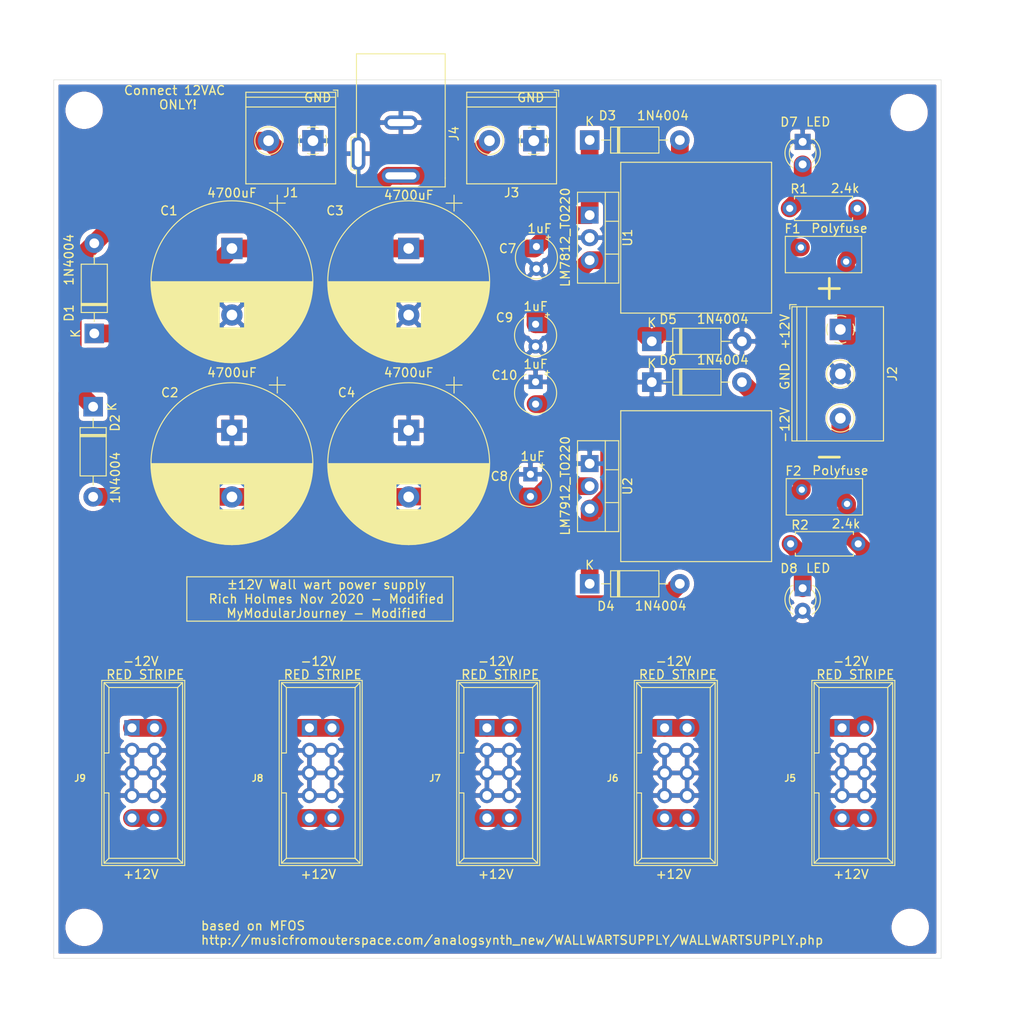
<source format=kicad_pcb>
(kicad_pcb (version 20171130) (host pcbnew "(5.1.8)-1")
  (layers (0 F.Cu signal) (31 B.Cu signal) (34 B.Paste user) (35 F.Paste user) (36 B.SilkS user) (37 F.SilkS user) (38 B.Mask user) (39 F.Mask user) (44 Edge.Cuts user))
  (net 0 "")
  (net 1 GND)
  (net 2 "Net-(C1-Pad1)")
  (net 3 "Net-(C2-Pad2)")
  (net 4 "Net-(C9-Pad1)")
  (net 5 "Net-(C10-Pad2)")
  (net 6 "Net-(D1-Pad2)")
  (net 7 "Net-(D7-Pad2)")
  (net 8 "Net-(D8-Pad1)")
  (net 9 +12V)
  (net 10 -12V)
  (module ao_tht:MountingHole_3.2mm_M3 (layer F.Cu) (at 146.52 159.504)
    (fp_text reference REF** hide)
    (fp_text value MountingHole_3.2mm_M3)
    (pad 1 np_thru_hole circle (at 0 0) (size 3.2 3.2) (drill 3.2) (layers *.Cu *.Mask))
  )
  (module ao_tht:MountingHole_3.2mm_M3 (layer F.Cu) (at 53.429 159.504)
    (fp_text reference REF** hide)
    (fp_text value MountingHole_3.2mm_M3)
    (pad 1 np_thru_hole circle (at 0 0) (size 3.2 3.2) (drill 3.2) (layers *.Cu *.Mask))
  )
  (module ao_tht:MountingHole_3.2mm_M3 (layer F.Cu) (at 53.429 67.429)
    (fp_text reference REF** hide)
    (fp_text value MountingHole_3.2mm_M3)
    (pad 1 np_thru_hole circle (at 0 0) (size 3.2 3.2) (drill 3.2) (layers *.Cu *.Mask))
  )
  (module ao_tht:MountingHole_3.2mm_M3 (layer F.Cu) (at 146.393 67.683)
    (fp_text reference REF** hide)
    (fp_text value MountingHole_3.2mm_M3)
    (pad 1 np_thru_hole circle (at 0 0) (size 3.2 3.2) (drill 3.2) (layers *.Cu *.Mask))
  )
  (module TerminalBlock_Philmore:TerminalBlock_Philmore_TB132_1x02_P5.00mm_Horizontal (layer F.Cu) (at 104.102 70.858 180)
    (fp_text reference J3 (at 2.5 -5.86) (layer F.SilkS))
    (fp_text value Conn_01x02)
    (pad 2 thru_hole circle (at 5 0 180) (size 2.4 2.4) (drill 1.2) (layers *.Cu *.Mask) (net 6 "Net-(D1-Pad2)"))
    (pad 1 thru_hole rect (at 0 0 180) (size 2.4 2.4) (drill 1.2) (layers *.Cu *.Mask) (net 1 GND))
  )
  (module Capacitor_THT:CP_Radial_D18.0mm_P7.50mm (layer F.Cu) (at 90 103.5 270)
    (fp_text reference C4 (at -4.25 7 180) (layer F.SilkS))
    (fp_text value 4700uF)
    (fp_text user %V (at -6.5 0) (layer F.SilkS))
    (pad 2 thru_hole circle (at 7.5 0 270) (size 2.4 2.4) (drill 1.2) (layers *.Cu *.Mask) (net 3 "Net-(C2-Pad2)"))
    (pad 1 thru_hole rect (at 0 0 270) (size 2.4 2.4) (drill 1.2) (layers *.Cu *.Mask) (net 1 GND))
  )
  (module Capacitor_THT:CP_Radial_D18.0mm_P7.50mm (layer F.Cu) (at 90 83 270)
    (fp_text reference C3 (at -4.25 8.3 180) (layer F.SilkS))
    (fp_text value 4700uF)
    (fp_text user %V (at -6 0) (layer F.SilkS))
    (pad 2 thru_hole circle (at 7.5 0 270) (size 2.4 2.4) (drill 1.2) (layers *.Cu *.Mask) (net 1 GND))
    (pad 1 thru_hole rect (at 0 0 270) (size 2.4 2.4) (drill 1.2) (layers *.Cu *.Mask) (net 2 "Net-(C1-Pad1)"))
  )
  (module ao_tht:Power_Header (layer F.Cu) (at 58.8175 137.025)
    (fp_text reference J9 (at -5.85 5.67) (layer F.SilkS) (effects (font (size 0.75 0.75))))
    (fp_text value Conn_02x05_Odd_Even)
    (fp_text user "RED STRIPE" (at 1.5 -6) (layer F.SilkS))
    (fp_text user -12V (at 1 -7.5) (layer F.SilkS))
    (fp_text user +12V (at 1 16.5) (layer F.SilkS))
    (pad 10 thru_hole oval (at 2.54 10.16) (size 1.7272 1.7272) (drill 1.016) (layers *.Cu *.Mask) (net 9 +12V))
    (pad 9 thru_hole oval (at 0 10.16) (size 1.7272 1.7272) (drill 1.016) (layers *.Cu *.Mask) (net 9 +12V))
    (pad 8 thru_hole oval (at 2.54 7.62) (size 1.7272 1.7272) (drill 1.016) (layers *.Cu *.Mask) (net 1 GND))
    (pad 7 thru_hole oval (at 0 7.62) (size 1.7272 1.7272) (drill 1.016) (layers *.Cu *.Mask) (net 1 GND))
    (pad 6 thru_hole oval (at 2.54 5.08) (size 1.7272 1.7272) (drill 1.016) (layers *.Cu *.Mask) (net 1 GND))
    (pad 5 thru_hole oval (at 0 5.08) (size 1.7272 1.7272) (drill 1.016) (layers *.Cu *.Mask) (net 1 GND))
    (pad 4 thru_hole oval (at 2.54 2.54) (size 1.7272 1.7272) (drill 1.016) (layers *.Cu *.Mask) (net 1 GND))
    (pad 3 thru_hole oval (at 0 2.54) (size 1.7272 1.7272) (drill 1.016) (layers *.Cu *.Mask) (net 1 GND))
    (pad 2 thru_hole oval (at 2.54 0) (size 1.7272 1.7272) (drill 1.016) (layers *.Cu *.Mask) (net 10 -12V))
    (pad 1 thru_hole rect (at 0 0) (size 1.7272 1.7272) (drill 1.016) (layers *.Cu *.Mask) (net 10 -12V))
  )
  (module TerminalBlock_Philmore:TerminalBlock_Philmore_TB133_1x03_P5.00mm_Horizontal (layer F.Cu) (at 138.646 92.1305 270)
    (fp_text reference J2 (at 5 -5.86 90) (layer F.SilkS))
    (fp_text value Conn_01x03)
    (pad 3 thru_hole circle (at 10 0 270) (size 2.4 2.4) (drill 1.2) (layers *.Cu *.Mask) (net 10 -12V))
    (pad 2 thru_hole circle (at 5 0 270) (size 2.4 2.4) (drill 1.2) (layers *.Cu *.Mask) (net 1 GND))
    (pad 1 thru_hole rect (at 0 0 270) (size 2.4 2.4) (drill 1.2) (layers *.Cu *.Mask) (net 9 +12V))
  )
  (module TerminalBlock_Philmore:TerminalBlock_Philmore_TB132_1x02_P5.00mm_Horizontal (layer F.Cu) (at 79.21 70.858 180)
    (fp_text reference J1 (at 2.5 -5.86) (layer F.SilkS))
    (fp_text value Conn_01x02)
    (pad 2 thru_hole circle (at 5 0 180) (size 2.4 2.4) (drill 1.2) (layers *.Cu *.Mask) (net 6 "Net-(D1-Pad2)"))
    (pad 1 thru_hole rect (at 0 0 180) (size 2.4 2.4) (drill 1.2) (layers *.Cu *.Mask) (net 1 GND))
  )
  (module ao_tht:Power_Header (layer F.Cu) (at 78.8175 137.025)
    (fp_text reference J8 (at -5.85 5.67) (layer F.SilkS) (effects (font (size 0.75 0.75))))
    (fp_text value Conn_02x05_Odd_Even)
    (fp_text user "RED STRIPE" (at 1.5 -6) (layer F.SilkS))
    (fp_text user -12V (at 1 -7.5) (layer F.SilkS))
    (fp_text user +12V (at 1 16.5) (layer F.SilkS))
    (pad 10 thru_hole oval (at 2.54 10.16) (size 1.7272 1.7272) (drill 1.016) (layers *.Cu *.Mask) (net 9 +12V))
    (pad 9 thru_hole oval (at 0 10.16) (size 1.7272 1.7272) (drill 1.016) (layers *.Cu *.Mask) (net 9 +12V))
    (pad 8 thru_hole oval (at 2.54 7.62) (size 1.7272 1.7272) (drill 1.016) (layers *.Cu *.Mask) (net 1 GND))
    (pad 7 thru_hole oval (at 0 7.62) (size 1.7272 1.7272) (drill 1.016) (layers *.Cu *.Mask) (net 1 GND))
    (pad 6 thru_hole oval (at 2.54 5.08) (size 1.7272 1.7272) (drill 1.016) (layers *.Cu *.Mask) (net 1 GND))
    (pad 5 thru_hole oval (at 0 5.08) (size 1.7272 1.7272) (drill 1.016) (layers *.Cu *.Mask) (net 1 GND))
    (pad 4 thru_hole oval (at 2.54 2.54) (size 1.7272 1.7272) (drill 1.016) (layers *.Cu *.Mask) (net 1 GND))
    (pad 3 thru_hole oval (at 0 2.54) (size 1.7272 1.7272) (drill 1.016) (layers *.Cu *.Mask) (net 1 GND))
    (pad 2 thru_hole oval (at 2.54 0) (size 1.7272 1.7272) (drill 1.016) (layers *.Cu *.Mask) (net 10 -12V))
    (pad 1 thru_hole rect (at 0 0) (size 1.7272 1.7272) (drill 1.016) (layers *.Cu *.Mask) (net 10 -12V))
  )
  (module ao_tht:Power_Header (layer F.Cu) (at 98.8175 137.025)
    (fp_text reference J7 (at -5.85 5.67) (layer F.SilkS) (effects (font (size 0.75 0.75))))
    (fp_text value Conn_02x05_Odd_Even)
    (fp_text user "RED STRIPE" (at 1.5 -6) (layer F.SilkS))
    (fp_text user -12V (at 1 -7.5) (layer F.SilkS))
    (fp_text user +12V (at 1 16.5) (layer F.SilkS))
    (pad 10 thru_hole oval (at 2.54 10.16) (size 1.7272 1.7272) (drill 1.016) (layers *.Cu *.Mask) (net 9 +12V))
    (pad 9 thru_hole oval (at 0 10.16) (size 1.7272 1.7272) (drill 1.016) (layers *.Cu *.Mask) (net 9 +12V))
    (pad 8 thru_hole oval (at 2.54 7.62) (size 1.7272 1.7272) (drill 1.016) (layers *.Cu *.Mask) (net 1 GND))
    (pad 7 thru_hole oval (at 0 7.62) (size 1.7272 1.7272) (drill 1.016) (layers *.Cu *.Mask) (net 1 GND))
    (pad 6 thru_hole oval (at 2.54 5.08) (size 1.7272 1.7272) (drill 1.016) (layers *.Cu *.Mask) (net 1 GND))
    (pad 5 thru_hole oval (at 0 5.08) (size 1.7272 1.7272) (drill 1.016) (layers *.Cu *.Mask) (net 1 GND))
    (pad 4 thru_hole oval (at 2.54 2.54) (size 1.7272 1.7272) (drill 1.016) (layers *.Cu *.Mask) (net 1 GND))
    (pad 3 thru_hole oval (at 0 2.54) (size 1.7272 1.7272) (drill 1.016) (layers *.Cu *.Mask) (net 1 GND))
    (pad 2 thru_hole oval (at 2.54 0) (size 1.7272 1.7272) (drill 1.016) (layers *.Cu *.Mask) (net 10 -12V))
    (pad 1 thru_hole rect (at 0 0) (size 1.7272 1.7272) (drill 1.016) (layers *.Cu *.Mask) (net 10 -12V))
  )
  (module ao_tht:Power_Header (layer F.Cu) (at 118.8365 137.025)
    (fp_text reference J6 (at -5.85 5.67) (layer F.SilkS) (effects (font (size 0.75 0.75))))
    (fp_text value Conn_02x05_Odd_Even)
    (fp_text user "RED STRIPE" (at 1.5 -6) (layer F.SilkS))
    (fp_text user -12V (at 1 -7.5) (layer F.SilkS))
    (fp_text user +12V (at 1 16.5) (layer F.SilkS))
    (pad 10 thru_hole oval (at 2.54 10.16) (size 1.7272 1.7272) (drill 1.016) (layers *.Cu *.Mask) (net 9 +12V))
    (pad 9 thru_hole oval (at 0 10.16) (size 1.7272 1.7272) (drill 1.016) (layers *.Cu *.Mask) (net 9 +12V))
    (pad 8 thru_hole oval (at 2.54 7.62) (size 1.7272 1.7272) (drill 1.016) (layers *.Cu *.Mask) (net 1 GND))
    (pad 7 thru_hole oval (at 0 7.62) (size 1.7272 1.7272) (drill 1.016) (layers *.Cu *.Mask) (net 1 GND))
    (pad 6 thru_hole oval (at 2.54 5.08) (size 1.7272 1.7272) (drill 1.016) (layers *.Cu *.Mask) (net 1 GND))
    (pad 5 thru_hole oval (at 0 5.08) (size 1.7272 1.7272) (drill 1.016) (layers *.Cu *.Mask) (net 1 GND))
    (pad 4 thru_hole oval (at 2.54 2.54) (size 1.7272 1.7272) (drill 1.016) (layers *.Cu *.Mask) (net 1 GND))
    (pad 3 thru_hole oval (at 0 2.54) (size 1.7272 1.7272) (drill 1.016) (layers *.Cu *.Mask) (net 1 GND))
    (pad 2 thru_hole oval (at 2.54 0) (size 1.7272 1.7272) (drill 1.016) (layers *.Cu *.Mask) (net 10 -12V))
    (pad 1 thru_hole rect (at 0 0) (size 1.7272 1.7272) (drill 1.016) (layers *.Cu *.Mask) (net 10 -12V))
  )
  (module ao_tht:Power_Header (layer F.Cu) (at 138.8365 137.025)
    (fp_text reference J5 (at -5.85 5.67) (layer F.SilkS) (effects (font (size 0.75 0.75))))
    (fp_text value Conn_02x05_Odd_Even)
    (fp_text user "RED STRIPE" (at 1.5 -6) (layer F.SilkS))
    (fp_text user -12V (at 1 -7.5) (layer F.SilkS))
    (fp_text user +12V (at 1 16.5) (layer F.SilkS))
    (pad 10 thru_hole oval (at 2.54 10.16) (size 1.7272 1.7272) (drill 1.016) (layers *.Cu *.Mask) (net 9 +12V))
    (pad 9 thru_hole oval (at 0 10.16) (size 1.7272 1.7272) (drill 1.016) (layers *.Cu *.Mask) (net 9 +12V))
    (pad 8 thru_hole oval (at 2.54 7.62) (size 1.7272 1.7272) (drill 1.016) (layers *.Cu *.Mask) (net 1 GND))
    (pad 7 thru_hole oval (at 0 7.62) (size 1.7272 1.7272) (drill 1.016) (layers *.Cu *.Mask) (net 1 GND))
    (pad 6 thru_hole oval (at 2.54 5.08) (size 1.7272 1.7272) (drill 1.016) (layers *.Cu *.Mask) (net 1 GND))
    (pad 5 thru_hole oval (at 0 5.08) (size 1.7272 1.7272) (drill 1.016) (layers *.Cu *.Mask) (net 1 GND))
    (pad 4 thru_hole oval (at 2.54 2.54) (size 1.7272 1.7272) (drill 1.016) (layers *.Cu *.Mask) (net 1 GND))
    (pad 3 thru_hole oval (at 0 2.54) (size 1.7272 1.7272) (drill 1.016) (layers *.Cu *.Mask) (net 1 GND))
    (pad 2 thru_hole oval (at 2.54 0) (size 1.7272 1.7272) (drill 1.016) (layers *.Cu *.Mask) (net 10 -12V))
    (pad 1 thru_hole rect (at 0 0) (size 1.7272 1.7272) (drill 1.016) (layers *.Cu *.Mask) (net 10 -12V))
  )
  (module ao_tht:Wall_wart_A-4118 (layer F.Cu) (at 89.116 68.064 270)
    (fp_text reference J4 (at 2 -6 90) (layer F.SilkS))
    (fp_text value Conn_01x03)
    (pad 1 thru_hole oval (at 4.25 4.8 270) (size 3.8 1.6) (drill oval 3 0.8) (layers *.Cu *.Mask) (net 1 GND))
    (pad 3 thru_hole oval (at 6.75 0 270) (size 1.6 4.3) (drill oval 0.8 3.5) (layers *.Cu *.Mask) (net 6 "Net-(D1-Pad2)"))
    (pad 2 thru_hole oval (at 0.75 0 270) (size 1.6 3.8) (drill oval 0.8 3) (layers *.Cu *.Mask) (net 1 GND))
  )
  (module Capacitor_THT:CP_Radial_Tantal_D4.5mm_P2.50mm (layer F.Cu) (at 104.396 82.786 270)
    (fp_text reference C7 (at 0.228856 3.25 180) (layer F.SilkS))
    (fp_text value 1uF)
    (fp_text user %V (at -2.021144 -0.35) (layer F.SilkS))
    (pad 2 thru_hole circle (at 2.5 0 270) (size 1.6 1.6) (drill 0.8) (layers *.Cu *.Mask) (net 1 GND))
    (pad 1 thru_hole rect (at 0 0 270) (size 1.6 1.6) (drill 0.8) (layers *.Cu *.Mask) (net 2 "Net-(C1-Pad1)"))
  )
  (module Capacitor_THT:CP_Radial_Tantal_D4.5mm_P2.50mm (layer F.Cu) (at 103.721 108.45 270)
    (fp_text reference C8 (at 0.228856 3.5 180) (layer F.SilkS))
    (fp_text value 1uF)
    (fp_text user %V (at -2.021144 -0.25) (layer F.SilkS))
    (pad 2 thru_hole circle (at 2.5 0 270) (size 1.6 1.6) (drill 0.8) (layers *.Cu *.Mask) (net 3 "Net-(C2-Pad2)"))
    (pad 1 thru_hole rect (at 0 0 270) (size 1.6 1.6) (drill 0.8) (layers *.Cu *.Mask) (net 1 GND))
  )
  (module Package_TO_SOT_THT:TO-220-3_Vertical (layer F.Cu) (at 110.396 107.246 270)
    (fp_text reference U2 (at 2.54 -4.27 90) (layer F.SilkS))
    (fp_text value LM7912_TO220)
    (fp_text user %V (at 2.5 2.75 270) (layer F.SilkS))
    (pad 3 thru_hole oval (at 5.08 0 270) (size 1.905 2) (drill 1.1) (layers *.Cu *.Mask) (net 5 "Net-(C10-Pad2)"))
    (pad 2 thru_hole oval (at 2.54 0 270) (size 1.905 2) (drill 1.1) (layers *.Cu *.Mask) (net 3 "Net-(C2-Pad2)"))
    (pad 1 thru_hole rect (at 0 0 270) (size 1.905 2) (drill 1.1) (layers *.Cu *.Mask) (net 1 GND))
  )
  (module Diode_THT:D_DO-41_SOD81_P10.16mm_Horizontal (layer F.Cu) (at 110.396 120.786)
    (fp_text reference D4 (at 1.83 2.53) (layer F.SilkS))
    (fp_text value 1N4004)
    (fp_text user %V (at 8 2.5) (layer F.SilkS))
    (fp_text user K (at 0 -2.1) (layer F.SilkS))
    (pad 2 thru_hole oval (at 10.16 0) (size 2.2 2.2) (drill 1.1) (layers *.Cu *.Mask) (net 3 "Net-(C2-Pad2)"))
    (pad 1 thru_hole rect (at 0 0) (size 2.2 2.2) (drill 1.1) (layers *.Cu *.Mask) (net 5 "Net-(C10-Pad2)"))
  )
  (module Capacitor_THT:CP_Radial_D18.0mm_P7.50mm (layer F.Cu) (at 70.08 83 270)
    (fp_text reference C1 (at -4.25 7.1 180) (layer F.SilkS))
    (fp_text value 4700uF)
    (fp_text user %V (at -6.25 0) (layer F.SilkS))
    (pad 2 thru_hole circle (at 7.5 0 270) (size 2.4 2.4) (drill 1.2) (layers *.Cu *.Mask) (net 1 GND))
    (pad 1 thru_hole rect (at 0 0 270) (size 2.4 2.4) (drill 1.2) (layers *.Cu *.Mask) (net 2 "Net-(C1-Pad1)"))
  )
  (module Package_TO_SOT_THT:TO-220-3_Vertical (layer F.Cu) (at 110.396 79.246 270)
    (fp_text reference U1 (at 2.54 -4.27 90) (layer F.SilkS))
    (fp_text value LM7812_TO220)
    (fp_text user %V (at 2.5 2.75 270) (layer F.SilkS))
    (pad 3 thru_hole oval (at 5.08 0 270) (size 1.905 2) (drill 1.1) (layers *.Cu *.Mask) (net 4 "Net-(C9-Pad1)"))
    (pad 2 thru_hole oval (at 2.54 0 270) (size 1.905 2) (drill 1.1) (layers *.Cu *.Mask) (net 1 GND))
    (pad 1 thru_hole rect (at 0 0 270) (size 1.905 2) (drill 1.1) (layers *.Cu *.Mask) (net 2 "Net-(C1-Pad1)"))
  )
  (module Resistor_THT:R_Axial_DIN0207_L6.3mm_D2.5mm_P7.62mm_Horizontal (layer F.Cu) (at 133.036 116.286)
    (fp_text reference R2 (at 1.06 -2.12) (layer F.SilkS))
    (fp_text value 2.4k)
    (fp_text user %V (at 6.25 -2.25) (layer F.SilkS))
    (pad 2 thru_hole oval (at 7.62 0) (size 1.6 1.6) (drill 0.8) (layers *.Cu *.Mask) (net 10 -12V))
    (pad 1 thru_hole circle (at 0 0) (size 1.6 1.6) (drill 0.8) (layers *.Cu *.Mask) (net 8 "Net-(D8-Pad1)"))
  )
  (module Resistor_THT:R_Axial_DIN0207_L6.3mm_D2.5mm_P7.62mm_Horizontal (layer F.Cu) (at 132.936 78.486)
    (fp_text reference R1 (at 1.06 -2.2) (layer F.SilkS))
    (fp_text value 2.4k)
    (fp_text user %V (at 6.25 -2.25) (layer F.SilkS))
    (pad 2 thru_hole oval (at 7.62 0) (size 1.6 1.6) (drill 0.8) (layers *.Cu *.Mask) (net 9 +12V))
    (pad 1 thru_hole circle (at 0 0) (size 1.6 1.6) (drill 0.8) (layers *.Cu *.Mask) (net 7 "Net-(D7-Pad2)"))
  )
  (module Fuse:Fuse_BelFuse_0ZRE0005FF_L8.3mm_W3.8mm (layer F.Cu) (at 139.396 111.786 180)
    (fp_text reference F2 (at 6.04 3.71) (layer F.SilkS))
    (fp_text value Polyfuse)
    (fp_text user %V (at 0.75 3.75 180) (layer F.SilkS))
    (pad 1 thru_hole circle (at 0 0 180) (size 1.27 1.27) (drill 0.71) (layers *.Cu *.Mask) (net 10 -12V))
    (pad 2 thru_hole circle (at 5.1 1.6 180) (size 1.27 1.27) (drill 0.71) (layers *.Cu *.Mask) (net 5 "Net-(C10-Pad2)"))
  )
  (module Fuse:Fuse_BelFuse_0ZRE0005FF_L8.3mm_W3.8mm (layer F.Cu) (at 139.296 84.486 180)
    (fp_text reference F1 (at 6.04 3.71) (layer F.SilkS))
    (fp_text value Polyfuse)
    (fp_text user %V (at 0.75 3.75 180) (layer F.SilkS))
    (pad 1 thru_hole circle (at 0 0 180) (size 1.27 1.27) (drill 0.71) (layers *.Cu *.Mask) (net 9 +12V))
    (pad 2 thru_hole circle (at 5.1 1.6 180) (size 1.27 1.27) (drill 0.71) (layers *.Cu *.Mask) (net 4 "Net-(C9-Pad1)"))
  )
  (module LED_THT:LED_D3.0mm (layer F.Cu) (at 134.396 121.286 270)
    (fp_text reference D8 (at -2.23 1.54 180) (layer F.SilkS))
    (fp_text value LED)
    (fp_text user %V (at -2.25 -1.75) (layer F.SilkS))
    (pad 2 thru_hole circle (at 2.54 0 270) (size 1.8 1.8) (drill 0.9) (layers *.Cu *.Mask) (net 1 GND))
    (pad 1 thru_hole rect (at 0 0 270) (size 1.8 1.8) (drill 0.9) (layers *.Cu *.Mask) (net 8 "Net-(D8-Pad1)"))
  )
  (module LED_THT:LED_D3.0mm (layer F.Cu) (at 134.396 70.986 270)
    (fp_text reference D7 (at -2.23 1.54 180) (layer F.SilkS))
    (fp_text value LED)
    (fp_text user %V (at -2.25 -1.75) (layer F.SilkS))
    (pad 2 thru_hole circle (at 2.54 0 270) (size 1.8 1.8) (drill 0.9) (layers *.Cu *.Mask) (net 7 "Net-(D7-Pad2)"))
    (pad 1 thru_hole rect (at 0 0 270) (size 1.8 1.8) (drill 0.9) (layers *.Cu *.Mask) (net 1 GND))
  )
  (module Diode_THT:D_DO-41_SOD81_P10.16mm_Horizontal (layer F.Cu) (at 117.396 98.063712)
    (fp_text reference D6 (at 1.83 -2.47) (layer F.SilkS))
    (fp_text value 1N4004)
    (fp_text user %V (at 8 -2.5) (layer F.SilkS))
    (fp_text user K (at 0 -2.1) (layer F.SilkS))
    (pad 2 thru_hole oval (at 10.16 0) (size 2.2 2.2) (drill 1.1) (layers *.Cu *.Mask) (net 5 "Net-(C10-Pad2)"))
    (pad 1 thru_hole rect (at 0 0) (size 2.2 2.2) (drill 1.1) (layers *.Cu *.Mask) (net 1 GND))
  )
  (module Diode_THT:D_DO-41_SOD81_P10.16mm_Horizontal (layer F.Cu) (at 117.396 93.466)
    (fp_text reference D5 (at 1.83 -2.47) (layer F.SilkS))
    (fp_text value 1N4004)
    (fp_text user %V (at 8 -2.5) (layer F.SilkS))
    (fp_text user K (at 0 -2.1) (layer F.SilkS))
    (pad 2 thru_hole oval (at 10.16 0) (size 2.2 2.2) (drill 1.1) (layers *.Cu *.Mask) (net 1 GND))
    (pad 1 thru_hole rect (at 0 0) (size 2.2 2.2) (drill 1.1) (layers *.Cu *.Mask) (net 4 "Net-(C9-Pad1)"))
  )
  (module Diode_THT:D_DO-41_SOD81_P10.16mm_Horizontal (layer F.Cu) (at 110.396 70.786)
    (fp_text reference D3 (at 2 -2.75) (layer F.SilkS))
    (fp_text value 1N4004)
    (fp_text user %V (at 8.25 -2.75) (layer F.SilkS))
    (fp_text user K (at 0 -2.1) (layer F.SilkS))
    (pad 2 thru_hole oval (at 10.16 0) (size 2.2 2.2) (drill 1.1) (layers *.Cu *.Mask) (net 4 "Net-(C9-Pad1)"))
    (pad 1 thru_hole rect (at 0 0) (size 2.2 2.2) (drill 1.1) (layers *.Cu *.Mask) (net 2 "Net-(C1-Pad1)"))
  )
  (module Diode_THT:D_DO-41_SOD81_P10.16mm_Horizontal (layer F.Cu) (at 54.445 100.83 270)
    (fp_text reference D2 (at 1.83 -2.47 90) (layer F.SilkS))
    (fp_text value 1N4004)
    (fp_text user %V (at 8 -2.5 90) (layer F.SilkS))
    (fp_text user K (at 0 -2.1 90) (layer F.SilkS))
    (pad 2 thru_hole oval (at 10.16 0 270) (size 2.2 2.2) (drill 1.1) (layers *.Cu *.Mask) (net 3 "Net-(C2-Pad2)"))
    (pad 1 thru_hole rect (at 0 0 270) (size 2.2 2.2) (drill 1.1) (layers *.Cu *.Mask) (net 6 "Net-(D1-Pad2)"))
  )
  (module Diode_THT:D_DO-41_SOD81_P10.16mm_Horizontal (layer F.Cu) (at 54.572 92.575 90)
    (fp_text reference D1 (at 2.3 -2.85 90) (layer F.SilkS))
    (fp_text value 1N4004)
    (fp_text user %V (at 8.3 -2.85 90) (layer F.SilkS))
    (fp_text user K (at 0 -2.1 90) (layer F.SilkS))
    (pad 2 thru_hole oval (at 10.16 0 90) (size 2.2 2.2) (drill 1.1) (layers *.Cu *.Mask) (net 6 "Net-(D1-Pad2)"))
    (pad 1 thru_hole rect (at 0 0 90) (size 2.2 2.2) (drill 1.1) (layers *.Cu *.Mask) (net 2 "Net-(C1-Pad1)"))
  )
  (module Capacitor_THT:CP_Radial_Tantal_D4.5mm_P2.50mm (layer F.Cu) (at 104.3 98.04 270)
    (fp_text reference C10 (at -0.75 3.5 180) (layer F.SilkS))
    (fp_text value 1uF)
    (fp_text user %V (at -2 0) (layer F.SilkS))
    (pad 2 thru_hole circle (at 2.5 0 270) (size 1.6 1.6) (drill 0.8) (layers *.Cu *.Mask) (net 5 "Net-(C10-Pad2)"))
    (pad 1 thru_hole rect (at 0 0 270) (size 1.6 1.6) (drill 0.8) (layers *.Cu *.Mask) (net 1 GND))
  )
  (module Capacitor_THT:CP_Radial_Tantal_D4.5mm_P2.50mm (layer F.Cu) (at 104.3 91.54 270)
    (fp_text reference C9 (at -0.75 3.5 180) (layer F.SilkS))
    (fp_text value 1uF)
    (fp_text user %V (at -2 0) (layer F.SilkS))
    (pad 2 thru_hole circle (at 2.5 0 270) (size 1.6 1.6) (drill 0.8) (layers *.Cu *.Mask) (net 1 GND))
    (pad 1 thru_hole rect (at 0 0 270) (size 1.6 1.6) (drill 0.8) (layers *.Cu *.Mask) (net 4 "Net-(C9-Pad1)"))
  )
  (module Capacitor_THT:CP_Radial_D18.0mm_P7.50mm (layer F.Cu) (at 70.08 103.5 270)
    (fp_text reference C2 (at -4.25 7 180) (layer F.SilkS))
    (fp_text value 4700uF)
    (fp_text user %V (at -6.5 0) (layer F.SilkS))
    (pad 2 thru_hole circle (at 7.5 0 270) (size 2.4 2.4) (drill 1.2) (layers *.Cu *.Mask) (net 3 "Net-(C2-Pad2)"))
    (pad 1 thru_hole rect (at 0 0 270) (size 2.4 2.4) (drill 1.2) (layers *.Cu *.Mask) (net 1 GND))
  )
  (gr_line (start 65 120) (end 65 125) (layer F.SilkS) (width 0.12))
  (gr_line (start 95 120) (end 95 125) (layer F.SilkS) (width 0.12))
  (gr_text GND (at 79.75 66) (layer F.SilkS) (effects (font (size 1 1))))
  (gr_text GND (at 103.75 66) (layer F.SilkS) (effects (font (size 1 1))))
  (gr_text - (at 137.396 106.286) (layer F.SilkS) (effects (font (size 3 3) (thickness 0.3))))
  (gr_text + (at 137.396 87.286) (layer F.SilkS) (effects (font (size 3 3) (thickness 0.3))))
  (gr_text "Connect 12VAC \nONLY!" (at 64 66) (layer F.SilkS) (effects (font (size 1 1))))
  (gr_line (start 95 125) (end 65 125) (layer F.SilkS) (width 0.12))
  (gr_line (start 65 120) (end 95 120) (layer F.SilkS) (width 0.12))
  (gr_text "±12V Wall wart power supply\nRich Holmes Nov 2020 - Modified\nMyModularJourney - Modified" (at 80.732 122.5) (layer F.SilkS) (effects (font (size 1 1))))
  (gr_line (start 130.896 118.286) (end 113.896 118.286) (layer F.SilkS) (width 0.12))
  (gr_line (start 130.896 101.286) (end 130.896 118.286) (layer F.SilkS) (width 0.12))
  (gr_line (start 113.896 101.286) (end 130.896 101.286) (layer F.SilkS) (width 0.12))
  (gr_line (start 113.896 118.286) (end 113.896 109.786) (layer F.SilkS) (width 0.12))
  (gr_line (start 113.896 109.786) (end 113.896 101.286) (layer F.SilkS) (width 0.12))
  (gr_text "based on MFOS \nhttp://musicfromouterspace.com/analogsynth_new/WALLWARTSUPPLY/WALLWARTSUPPLY.php" (at 66.51 160.139) (layer F.SilkS) (effects (font (size 1 1)) (justify left)))
  (gr_text GND (at 132.396 95.786 90) (layer F.SilkS) (effects (font (size 1 1)) (justify right)))
  (gr_text -12V (at 132.396 100.786 90) (layer F.SilkS) (effects (font (size 1 1)) (justify right)))
  (gr_text +12V (at 132.396 90.286 90) (layer F.SilkS) (effects (font (size 1 1)) (justify right)))
  (gr_line (start 50 163) (end 50 64) (layer Edge.Cuts) (width 0.05))
  (gr_line (start 150 163) (end 50 163) (layer Edge.Cuts) (width 0.05))
  (gr_line (start 150 64) (end 150 163) (layer Edge.Cuts) (width 0.05))
  (gr_line (start 50 64) (end 150 64) (layer Edge.Cuts) (width 0.05))
  (gr_line (start 113.896 90.286) (end 113.896 81.786) (layer F.SilkS) (width 0.12))
  (gr_line (start 130.896 90.286) (end 113.896 90.286) (layer F.SilkS) (width 0.12))
  (gr_line (start 130.896 73.286) (end 130.896 90.286) (layer F.SilkS) (width 0.12))
  (gr_line (start 113.896 73.286) (end 130.896 73.286) (layer F.SilkS) (width 0.12))
  (gr_line (start 113.896 81.786) (end 113.896 73.286) (layer F.SilkS) (width 0.12))
  (segment (start 110.396 70.786) (end 110.396 79.246) (width 2) (layer F.Cu) (net 2))
  (segment (start 107.936 79.246) (end 110.396 79.246) (width 2) (layer F.Cu) (net 2))
  (segment (start 104.396 82.786) (end 107.936 79.246) (width 2) (layer F.Cu) (net 2))
  (segment (start 60.505 92.575) (end 70.08 83) (width 2) (layer F.Cu) (net 2))
  (segment (start 54.572 92.575) (end 60.505 92.575) (width 2) (layer F.Cu) (net 2))
  (segment (start 70.08 83) (end 90 83) (width 2) (layer F.Cu) (net 2))
  (segment (start 104.182 83) (end 104.396 82.786) (width 2) (layer F.Cu) (net 2))
  (segment (start 90 83) (end 104.182 83) (width 2) (layer F.Cu) (net 2))
  (segment (start 70.07 110.99) (end 70.08 111) (width 2) (layer F.Cu) (net 3))
  (segment (start 54.445 110.99) (end 70.07 110.99) (width 2) (layer F.Cu) (net 3))
  (segment (start 70.08 111) (end 90 111) (width 2) (layer F.Cu) (net 3))
  (segment (start 103.721 118.471002) (end 103.721 110.95) (width 2) (layer F.Cu) (net 3))
  (segment (start 108.335999 123.086001) (end 103.721 118.471002) (width 2) (layer F.Cu) (net 3))
  (segment (start 118.255999 123.086001) (end 108.335999 123.086001) (width 2) (layer F.Cu) (net 3))
  (segment (start 120.556 120.786) (end 118.255999 123.086001) (width 2) (layer F.Cu) (net 3))
  (segment (start 90.05 110.95) (end 90 111) (width 2) (layer F.Cu) (net 3))
  (segment (start 103.721 110.95) (end 90.05 110.95) (width 2) (layer F.Cu) (net 3))
  (segment (start 104.557001 110.95) (end 103.721 110.95) (width 2) (layer F.Cu) (net 3))
  (segment (start 105.721001 109.786) (end 104.557001 110.95) (width 2) (layer F.Cu) (net 3))
  (segment (start 110.396 109.786) (end 105.721001 109.786) (width 2) (layer F.Cu) (net 3))
  (segment (start 127.976 82.886) (end 117.396 93.466) (width 2) (layer F.Cu) (net 4))
  (segment (start 134.196 82.886) (end 127.976 82.886) (width 2) (layer F.Cu) (net 4))
  (segment (start 115.47 91.54) (end 104.3 91.54) (width 2) (layer F.Cu) (net 4))
  (segment (start 117.396 93.466) (end 115.47 91.54) (width 2) (layer F.Cu) (net 4))
  (segment (start 104.3 90.422) (end 110.396 84.326) (width 2) (layer F.Cu) (net 4))
  (segment (start 104.3 91.54) (end 104.3 90.422) (width 2) (layer F.Cu) (net 4))
  (segment (start 120.556 77.166) (end 120.556 70.786) (width 2) (layer F.Cu) (net 4))
  (segment (start 113.396 84.326) (end 120.556 77.166) (width 2) (layer F.Cu) (net 4))
  (segment (start 110.396 84.326) (end 113.396 84.326) (width 2) (layer F.Cu) (net 4))
  (segment (start 134.296 104.803712) (end 127.556 98.063712) (width 2) (layer F.Cu) (net 5))
  (segment (start 134.296 110.186) (end 134.296 104.803712) (width 2) (layer F.Cu) (net 5))
  (segment (start 110.415673 112.326) (end 110.405837 112.335836) (width 2) (layer F.Cu) (net 5))
  (segment (start 110.396 112.345674) (end 110.396 120.786) (width 2) (layer F.Cu) (net 5))
  (segment (start 132.156 112.326) (end 134.296 110.186) (width 2) (layer F.Cu) (net 5))
  (segment (start 110.396 112.326) (end 132.156 112.326) (width 2) (layer F.Cu) (net 5))
  (segment (start 110.967283 112.326) (end 110.396 112.326) (width 2) (layer F.Cu) (net 5))
  (segment (start 112.59601 110.697273) (end 110.967283 112.326) (width 2) (layer F.Cu) (net 5))
  (segment (start 112.59601 105.333508) (end 112.59601 110.697273) (width 2) (layer F.Cu) (net 5))
  (segment (start 107.802502 100.54) (end 112.59601 105.333508) (width 2) (layer F.Cu) (net 5))
  (segment (start 104.3 100.54) (end 107.802502 100.54) (width 2) (layer F.Cu) (net 5))
  (segment (start 95.146 74.814) (end 99.102 70.858) (width 2) (layer F.Cu) (net 6))
  (segment (start 89.116 74.814) (end 95.146 74.814) (width 2) (layer F.Cu) (net 6))
  (segment (start 66.129 70.858) (end 54.572 82.415) (width 2) (layer F.Cu) (net 6))
  (segment (start 74.21 70.858) (end 66.129 70.858) (width 2) (layer F.Cu) (net 6))
  (segment (start 52.144999 98.529999) (end 54.445 100.83) (width 2) (layer F.Cu) (net 6))
  (segment (start 52.144999 84.842001) (end 52.144999 98.529999) (width 2) (layer F.Cu) (net 6))
  (segment (start 54.572 82.415) (end 52.144999 84.842001) (width 2) (layer F.Cu) (net 6))
  (segment (start 89.116 74.814) (end 87.7 74.814) (width 2) (layer F.Cu) (net 6))
  (segment (start 87.7 74.814) (end 85.814 76.7) (width 2) (layer F.Cu) (net 6))
  (segment (start 80.052 76.7) (end 74.21 70.858) (width 2) (layer F.Cu) (net 6))
  (segment (start 85.814 76.7) (end 80.052 76.7) (width 2) (layer F.Cu) (net 6))
  (segment (start 134.396 77.026) (end 132.936 78.486) (width 2) (layer F.Cu) (net 7))
  (segment (start 134.396 73.526) (end 134.396 77.026) (width 2) (layer F.Cu) (net 7))
  (segment (start 134.396 117.646) (end 133.036 116.286) (width 2) (layer F.Cu) (net 8))
  (segment (start 134.396 121.286) (end 134.396 117.646) (width 2) (layer F.Cu) (net 8))
  (segment (start 140.556 83.126) (end 139.396 84.286) (width 2) (layer F.Cu) (net 9))
  (segment (start 140.556 78.486) (end 140.556 83.126) (width 2) (layer F.Cu) (net 9))
  (segment (start 141.3765 147.185) (end 138.8365 147.185) (width 2) (layer F.Cu) (net 9))
  (segment (start 138.8365 147.185) (end 121.3765 147.185) (width 2) (layer F.Cu) (net 9))
  (segment (start 121.3765 147.185) (end 118.8365 147.185) (width 2) (layer F.Cu) (net 9))
  (segment (start 118.8365 147.185) (end 101.3575 147.185) (width 2) (layer F.Cu) (net 9))
  (segment (start 101.3575 147.185) (end 98.8175 147.185) (width 2) (layer F.Cu) (net 9))
  (segment (start 98.8175 147.185) (end 81.3575 147.185) (width 2) (layer F.Cu) (net 9))
  (segment (start 81.3575 147.185) (end 78.8175 147.185) (width 2) (layer F.Cu) (net 9))
  (segment (start 78.8175 147.185) (end 61.3575 147.185) (width 2) (layer F.Cu) (net 9))
  (segment (start 61.3575 147.185) (end 58.8175 147.185) (width 2) (layer F.Cu) (net 9))
  (segment (start 141.3765 147.185) (end 143.345 147.185) (width 2) (layer F.Cu) (net 9))
  (segment (start 143.345 147.185) (end 144.869 145.661) (width 2) (layer F.Cu) (net 9))
  (segment (start 144.869 98.3535) (end 138.646 92.1305) (width 2) (layer F.Cu) (net 9))
  (segment (start 144.869 145.661) (end 144.869 98.3535) (width 2) (layer F.Cu) (net 9))
  (segment (start 139.296 91.4805) (end 138.646 92.1305) (width 2) (layer F.Cu) (net 9))
  (segment (start 139.296 84.486) (end 139.296 91.4805) (width 2) (layer F.Cu) (net 9))
  (segment (start 138.646 111.036) (end 139.396 111.786) (width 2) (layer F.Cu) (net 10))
  (segment (start 138.646 102.286) (end 138.646 111.036) (width 2) (layer F.Cu) (net 10))
  (segment (start 139.396 115.026) (end 140.656 116.286) (width 2) (layer F.Cu) (net 10))
  (segment (start 139.396 111.786) (end 139.396 115.026) (width 2) (layer F.Cu) (net 10))
  (segment (start 58.8175 137.025) (end 61.3575 137.025) (width 2) (layer F.Cu) (net 10))
  (segment (start 61.3575 137.025) (end 78.8175 137.025) (width 2) (layer F.Cu) (net 10))
  (segment (start 78.8175 137.025) (end 81.3575 137.025) (width 2) (layer F.Cu) (net 10))
  (segment (start 81.3575 137.025) (end 98.8175 137.025) (width 2) (layer F.Cu) (net 10))
  (segment (start 98.8175 137.025) (end 101.3575 137.025) (width 2) (layer F.Cu) (net 10))
  (segment (start 101.3575 137.025) (end 118.8365 137.025) (width 2) (layer F.Cu) (net 10))
  (segment (start 118.8365 137.025) (end 121.3765 137.025) (width 2) (layer F.Cu) (net 10))
  (segment (start 121.3765 137.025) (end 138.8365 137.025) (width 2) (layer F.Cu) (net 10))
  (segment (start 138.8365 137.025) (end 141.3765 137.025) (width 2) (layer F.Cu) (net 10))
  (segment (start 141.3765 117.0065) (end 140.656 116.286) (width 2) (layer F.Cu) (net 10))
  (segment (start 141.3765 137.025) (end 141.3765 117.0065) (width 2) (layer F.Cu) (net 10))
  (zone (net 1) (net_name GND) (layer F.Cu) (connect_pads (clearance 0.508)) (min_thickness 0.254) (fill yes (arc_segments 32) (thermal_gap 0.508) (thermal_bridge_width 0.508))
    (polygon (pts (xy 155 60) (xy 154.784 168.8385) (xy 44.784 168.8385) (xy 45 60)))
  )
  (zone (net 1) (net_name GND) (layer B.Cu) (connect_pads (clearance 0.508)) (min_thickness 0.254) (fill yes (arc_segments 32) (thermal_gap 0.508) (thermal_bridge_width 0.508))
    (polygon (pts (xy 155.292 56.888) (xy 154.911 168.013) (xy 44.911 168.013) (xy 45.292 56.888)))
  )
)
</source>
